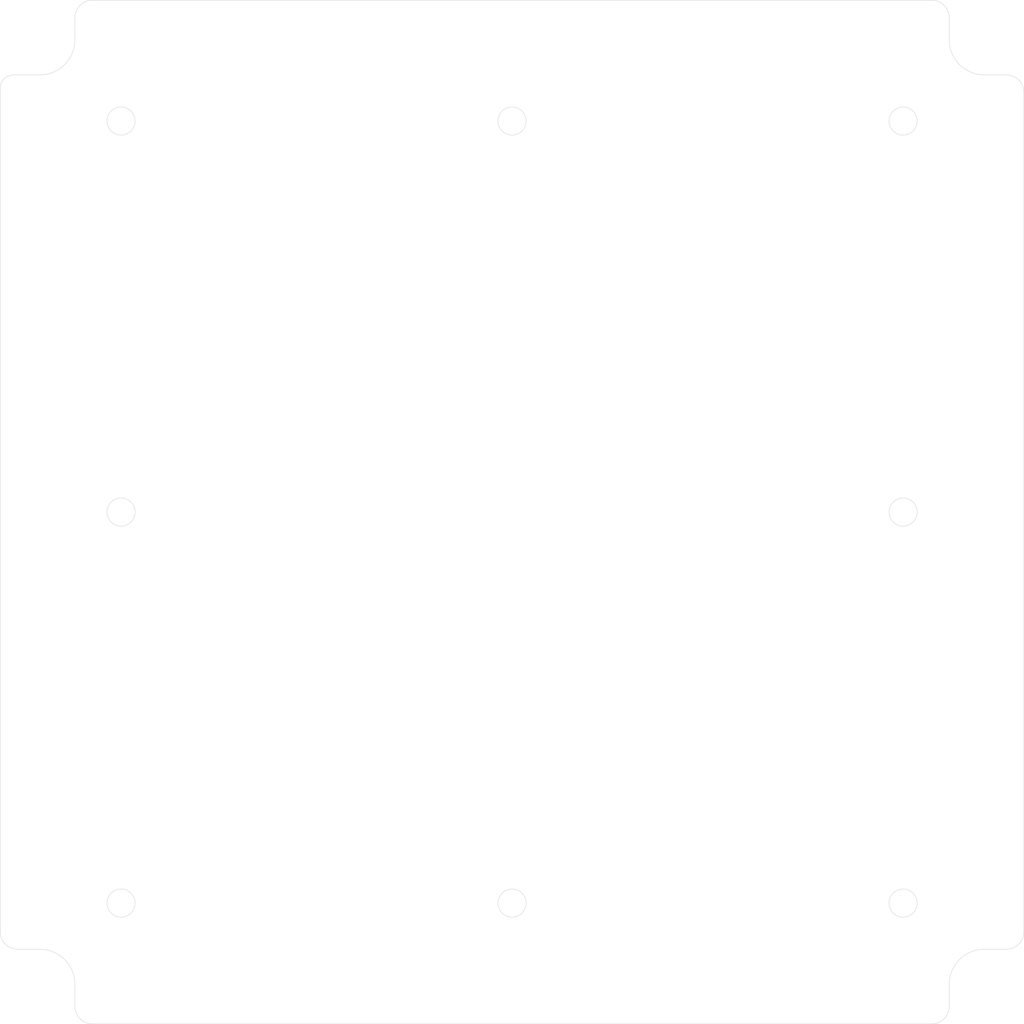
<source format=kicad_pcb>
(kicad_pcb (version 20171130) (host pcbnew "(5.1.9)-1")

  (general
    (thickness 1.6)
    (drawings 43)
    (tracks 0)
    (zones 0)
    (modules 0)
    (nets 1)
  )

  (page A4)
  (layers
    (0 F.Cu signal)
    (31 B.Cu signal)
    (32 B.Adhes user)
    (33 F.Adhes user)
    (34 B.Paste user)
    (35 F.Paste user)
    (36 B.SilkS user)
    (37 F.SilkS user)
    (38 B.Mask user)
    (39 F.Mask user)
    (40 Dwgs.User user)
    (41 Cmts.User user)
    (42 Eco1.User user)
    (43 Eco2.User user)
    (44 Edge.Cuts user)
    (45 Margin user)
    (46 B.CrtYd user)
    (47 F.CrtYd user)
    (48 B.Fab user)
    (49 F.Fab user)
  )

  (setup
    (last_trace_width 0.25)
    (trace_clearance 0.2)
    (zone_clearance 0.508)
    (zone_45_only no)
    (trace_min 0.2)
    (via_size 0.8)
    (via_drill 0.4)
    (via_min_size 0.4)
    (via_min_drill 0.3)
    (uvia_size 0.3)
    (uvia_drill 0.1)
    (uvias_allowed no)
    (uvia_min_size 0.2)
    (uvia_min_drill 0.1)
    (edge_width 0.05)
    (segment_width 0.2)
    (pcb_text_width 0.3)
    (pcb_text_size 1.5 1.5)
    (mod_edge_width 0.12)
    (mod_text_size 1 1)
    (mod_text_width 0.15)
    (pad_size 1.524 1.524)
    (pad_drill 0.762)
    (pad_to_mask_clearance 0)
    (aux_axis_origin 0 0)
    (grid_origin 158.25 108.25)
    (visible_elements 7FFFFFFF)
    (pcbplotparams
      (layerselection 0x010fc_ffffffff)
      (usegerberextensions false)
      (usegerberattributes true)
      (usegerberadvancedattributes true)
      (creategerberjobfile true)
      (excludeedgelayer true)
      (linewidth 0.150000)
      (plotframeref false)
      (viasonmask false)
      (mode 1)
      (useauxorigin false)
      (hpglpennumber 1)
      (hpglpenspeed 20)
      (hpglpendiameter 15.000000)
      (psnegative false)
      (psa4output false)
      (plotreference true)
      (plotvalue true)
      (plotinvisibletext false)
      (padsonsilk false)
      (subtractmaskfromsilk false)
      (outputformat 1)
      (mirror false)
      (drillshape 1)
      (scaleselection 1)
      (outputdirectory ""))
  )

  (net 0 "")

  (net_class Default "これはデフォルトのネット クラスです。"
    (clearance 0.2)
    (trace_width 0.25)
    (via_dia 0.8)
    (via_drill 0.4)
    (uvia_dia 0.3)
    (uvia_drill 0.1)
  )

  (gr_circle (center 113.75 108.25) (end 116.5 108.25) (layer Eco1.User) (width 0.15) (tstamp 60A51C0D))
  (gr_circle (center 113.75 152.75) (end 116.5 152.75) (layer Eco1.User) (width 0.15) (tstamp 60A51C0D))
  (gr_circle (center 158.25 152.75) (end 161 152.75) (layer Eco1.User) (width 0.15) (tstamp 60A51C0D))
  (gr_circle (center 202.75 152.75) (end 205.5 152.75) (layer Eco1.User) (width 0.15) (tstamp 60A51C0D))
  (gr_circle (center 202.75 108.25) (end 205.5 108.25) (layer Eco1.User) (width 0.15) (tstamp 60A51C0D))
  (gr_circle (center 202.75 63.75) (end 205.5 63.75) (layer Eco1.User) (width 0.15) (tstamp 60A51C0D))
  (gr_circle (center 158.25 63.75) (end 161 63.75) (layer Eco1.User) (width 0.15) (tstamp 60A51C0D))
  (gr_circle (center 113.75 63.75) (end 116.5 63.75) (layer Eco1.User) (width 0.15))
  (gr_circle (center 158.25 108.25) (end 158.25 110.25) (layer Dwgs.User) (width 0.1))
  (gr_line (start 158.25 105.25) (end 158.25 111.25) (layer Dwgs.User) (width 0.1))
  (gr_line (start 155.25 108.25) (end 161.25 108.25) (layer Dwgs.User) (width 0.1))
  (gr_circle (center 202.75 152.75) (end 204.35 152.75) (layer Edge.Cuts) (width 0.05) (tstamp 60A5145F))
  (gr_circle (center 158.25 152.75) (end 159.85 152.75) (layer Edge.Cuts) (width 0.05) (tstamp 60A5145F))
  (gr_circle (center 113.75 152.75) (end 115.35 152.75) (layer Edge.Cuts) (width 0.05) (tstamp 60A5145F))
  (gr_circle (center 113.75 108.25) (end 115.35 108.25) (layer Edge.Cuts) (width 0.05) (tstamp 60A5145F))
  (gr_circle (center 113.75 63.75) (end 115.35 63.75) (layer Edge.Cuts) (width 0.05) (tstamp 60A5145F))
  (gr_circle (center 158.25 63.75) (end 159.85 63.75) (layer Edge.Cuts) (width 0.05) (tstamp 60A5145F))
  (gr_circle (center 202.75 63.75) (end 204.35 63.75) (layer Edge.Cuts) (width 0.05) (tstamp 60A5145F))
  (gr_circle (center 202.75 108.25) (end 204.35 108.25) (layer Edge.Cuts) (width 0.05))
  (gr_arc (start 206 52) (end 208 52) (angle -90) (layer Edge.Cuts) (width 0.05))
  (gr_arc (start 214.5 60.5) (end 216.5 60.5) (angle -90) (layer Edge.Cuts) (width 0.05))
  (gr_arc (start 214.5 156) (end 214.5 158) (angle -90) (layer Edge.Cuts) (width 0.05))
  (gr_arc (start 206 164.5) (end 206 166.5) (angle -90) (layer Edge.Cuts) (width 0.05))
  (gr_arc (start 110.5 164.5) (end 108.5 164.5) (angle -90) (layer Edge.Cuts) (width 0.05))
  (gr_arc (start 102 156) (end 100 156) (angle -90) (layer Edge.Cuts) (width 0.05))
  (gr_arc (start 101.5 60) (end 101.5 58.5) (angle -90) (layer Edge.Cuts) (width 0.05))
  (gr_arc (start 110.5 52) (end 110.5 50) (angle -90) (layer Edge.Cuts) (width 0.05))
  (gr_arc (start 104.5 162) (end 108.5 162) (angle -90) (layer Edge.Cuts) (width 0.05))
  (gr_arc (start 104.5 54.5) (end 104.5 58.5) (angle -90) (layer Edge.Cuts) (width 0.05))
  (gr_arc (start 212 54.5) (end 208 54.5) (angle -90) (layer Edge.Cuts) (width 0.05))
  (gr_arc (start 212 162) (end 212 158) (angle -90) (layer Edge.Cuts) (width 0.05))
  (gr_line (start 208 54.5) (end 208 52) (layer Edge.Cuts) (width 0.05))
  (gr_line (start 214.5 58.5) (end 212 58.5) (layer Edge.Cuts) (width 0.05))
  (gr_line (start 208 162) (end 208 164.5) (layer Edge.Cuts) (width 0.05))
  (gr_line (start 214.5 158) (end 212 158) (layer Edge.Cuts) (width 0.05))
  (gr_line (start 108.5 162) (end 108.5 164.5) (layer Edge.Cuts) (width 0.05))
  (gr_line (start 102 158) (end 104.5 158) (layer Edge.Cuts) (width 0.05))
  (gr_line (start 104.5 58.5) (end 101.5 58.5) (layer Edge.Cuts) (width 0.05))
  (gr_line (start 108.5 52) (end 108.5 54.5) (layer Edge.Cuts) (width 0.05))
  (gr_line (start 100 156) (end 100 60) (layer Edge.Cuts) (width 0.05) (tstamp 60A50FE5))
  (gr_line (start 206 166.5) (end 110.5 166.5) (layer Edge.Cuts) (width 0.05))
  (gr_line (start 216.5 60.5) (end 216.5 156) (layer Edge.Cuts) (width 0.05))
  (gr_line (start 110.5 50) (end 206 50) (layer Edge.Cuts) (width 0.05))

)

</source>
